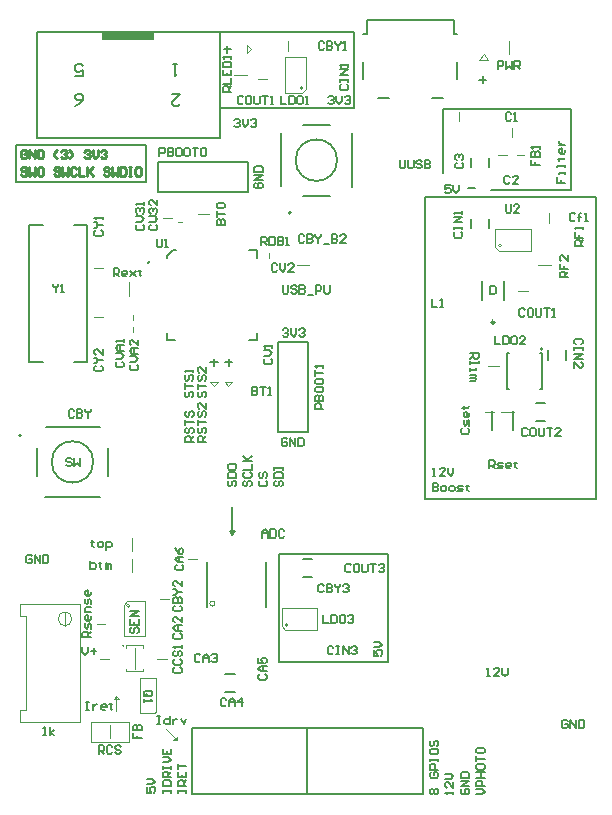
<source format=gbr>
%TF.GenerationSoftware,Altium Limited,Altium Designer,21.6.4 (81)*%
G04 Layer_Color=65535*
%FSLAX43Y43*%
%MOMM*%
%TF.SameCoordinates,B20EAAAA-7FFA-483C-807E-B1D6702B97A4*%
%TF.FilePolarity,Positive*%
%TF.FileFunction,Legend,Top*%
%TF.Part,Single*%
G01*
G75*
%TA.AperFunction,NonConductor*%
%ADD106C,0.200*%
%ADD107C,0.127*%
%ADD108C,0.100*%
%ADD109C,0.250*%
%ADD110C,0.152*%
%ADD111C,0.150*%
%ADD112R,4.500X0.800*%
D106*
X23650Y49955D02*
G03*
X23650Y49955I-100J0D01*
G01*
X805Y31100D02*
G03*
X805Y31100I-100J0D01*
G01*
X17600Y56270D02*
Y58850D01*
X29000D01*
X41900Y38050D02*
X42100D01*
X44700D02*
X44900D01*
X44700Y35050D02*
X44900D01*
X41900D02*
X42100D01*
X44900D02*
Y38050D01*
X41900Y35050D02*
Y38050D01*
X42425Y31550D02*
Y33150D01*
X40675Y31550D02*
Y33150D01*
X25000Y800D02*
Y6300D01*
X15300Y6350D02*
X34800D01*
X15300Y750D02*
Y6350D01*
Y750D02*
X34800D01*
Y6350D01*
X18450Y23000D02*
X18700Y22650D01*
X18450Y23000D02*
X18950D01*
X18700Y22650D02*
X18950Y23000D01*
X18700Y22650D02*
Y25000D01*
X39850Y42544D02*
Y44156D01*
X41650Y42544D02*
Y44156D01*
X47350Y51900D02*
Y58750D01*
X38500Y51250D02*
X49500D01*
X45450Y37500D02*
Y38300D01*
X46950Y37500D02*
Y38300D01*
X44400Y32350D02*
X45200D01*
X44400Y33850D02*
X45200D01*
X38650Y52000D02*
X39250D01*
X36500Y53300D02*
Y58750D01*
X40550Y51900D02*
X47350D01*
X22600Y11950D02*
Y21050D01*
Y11950D02*
X31850D01*
Y21050D01*
X22600D02*
X31850D01*
X29000Y58850D02*
Y65250D01*
X17600Y65270D02*
X17620Y65250D01*
X29000D01*
X36500Y58750D02*
X47350D01*
X49500Y25750D02*
Y51250D01*
X35000Y25750D02*
X49500D01*
X35000D02*
Y51250D01*
X38500D01*
X2120Y56270D02*
Y65270D01*
Y56270D02*
X17600D01*
X2120Y65270D02*
X17600D01*
Y56270D02*
Y65270D01*
X38900Y53800D02*
Y54600D01*
X40400Y53800D02*
Y54600D01*
X24650Y20600D02*
X25450D01*
X24650Y19100D02*
X25450D01*
X350Y52550D02*
Y55700D01*
Y52550D02*
X11400D01*
Y55700D01*
X350D02*
X11400D01*
X40425Y48650D02*
Y49450D01*
X38925Y48650D02*
Y49450D01*
X21500Y16550D02*
Y20350D01*
X16500Y16550D02*
Y20350D01*
X1500Y37350D02*
Y48950D01*
Y37350D02*
X2650D01*
X1500Y48950D02*
X2650D01*
X5250D02*
X6400D01*
X5250Y37350D02*
X6400D01*
Y48950D01*
X18100Y10900D02*
X18900D01*
X18100Y9400D02*
X18900D01*
X12430Y54220D02*
X20050D01*
X12430Y51680D02*
Y54220D01*
Y51680D02*
X20050D01*
Y54220D01*
X25070Y31400D02*
Y39020D01*
X22530D02*
X25070D01*
X22530Y31400D02*
Y39020D01*
Y31400D02*
X25070D01*
X6000Y13200D02*
Y12733D01*
X6233Y12500D01*
X6467Y12733D01*
Y13200D01*
X6700Y12850D02*
X7166D01*
X6933Y13083D02*
Y12617D01*
X1717Y20883D02*
X1600Y21000D01*
X1367D01*
X1250Y20883D01*
Y20417D01*
X1367Y20300D01*
X1600D01*
X1717Y20417D01*
Y20650D01*
X1483D01*
X1950Y20300D02*
Y21000D01*
X2416Y20300D01*
Y21000D01*
X2650D02*
Y20300D01*
X2999D01*
X3116Y20417D01*
Y20883D01*
X2999Y21000D01*
X2650D01*
X22950Y40033D02*
X23067Y40150D01*
X23300D01*
X23417Y40033D01*
Y39917D01*
X23300Y39800D01*
X23183D01*
X23300D01*
X23417Y39683D01*
Y39567D01*
X23300Y39450D01*
X23067D01*
X22950Y39567D01*
X23650Y40150D02*
Y39683D01*
X23883Y39450D01*
X24116Y39683D01*
Y40150D01*
X24350Y40033D02*
X24466Y40150D01*
X24699D01*
X24816Y40033D01*
Y39917D01*
X24699Y39800D01*
X24583D01*
X24699D01*
X24816Y39683D01*
Y39567D01*
X24699Y39450D01*
X24466D01*
X24350Y39567D01*
X6300Y8550D02*
X6533D01*
X6417D01*
Y7850D01*
X6300D01*
X6533D01*
X6883Y8317D02*
Y7850D01*
Y8083D01*
X7000Y8200D01*
X7116Y8317D01*
X7233D01*
X7933Y7850D02*
X7700D01*
X7583Y7967D01*
Y8200D01*
X7700Y8317D01*
X7933D01*
X8049Y8200D01*
Y8083D01*
X7583D01*
X8399Y8433D02*
Y8317D01*
X8283D01*
X8516D01*
X8399D01*
Y7967D01*
X8516Y7850D01*
X47067Y6883D02*
X46950Y7000D01*
X46717D01*
X46600Y6883D01*
Y6417D01*
X46717Y6300D01*
X46950D01*
X47067Y6417D01*
Y6650D01*
X46833D01*
X47300Y6300D02*
Y7000D01*
X47766Y6300D01*
Y7000D01*
X48000D02*
Y6300D01*
X48349D01*
X48466Y6417D01*
Y6883D01*
X48349Y7000D01*
X48000D01*
X35508Y700D02*
X35391Y817D01*
Y1050D01*
X35508Y1167D01*
X35624D01*
X35741Y1050D01*
X35858Y1167D01*
X35974D01*
X36091Y1050D01*
Y817D01*
X35974Y700D01*
X35858D01*
X35741Y817D01*
X35624Y700D01*
X35508D01*
X35741Y817D02*
Y1050D01*
X35508Y2566D02*
X35391Y2449D01*
Y2216D01*
X35508Y2100D01*
X35974D01*
X36091Y2216D01*
Y2449D01*
X35974Y2566D01*
X35741D01*
Y2333D01*
X36091Y2799D02*
X35391D01*
Y3149D01*
X35508Y3266D01*
X35741D01*
X35858Y3149D01*
Y2799D01*
X35391Y3499D02*
Y3732D01*
Y3616D01*
X36091D01*
Y3499D01*
Y3732D01*
X35391Y4432D02*
Y4199D01*
X35508Y4082D01*
X35974D01*
X36091Y4199D01*
Y4432D01*
X35974Y4549D01*
X35508D01*
X35391Y4432D01*
X35508Y5249D02*
X35391Y5132D01*
Y4899D01*
X35508Y4782D01*
X35624D01*
X35741Y4899D01*
Y5132D01*
X35858Y5249D01*
X35974D01*
X36091Y5132D01*
Y4899D01*
X35974Y4782D01*
X37411Y700D02*
Y933D01*
Y817D01*
X36711D01*
X36827Y700D01*
X37411Y1750D02*
Y1283D01*
X36944Y1750D01*
X36827D01*
X36711Y1633D01*
Y1400D01*
X36827Y1283D01*
X36711Y1983D02*
X37177D01*
X37411Y2216D01*
X37177Y2449D01*
X36711D01*
X38147Y1167D02*
X38030Y1050D01*
Y817D01*
X38147Y700D01*
X38614D01*
X38730Y817D01*
Y1050D01*
X38614Y1167D01*
X38380D01*
Y933D01*
X38730Y1400D02*
X38030D01*
X38730Y1866D01*
X38030D01*
Y2100D02*
X38730D01*
Y2449D01*
X38614Y2566D01*
X38147D01*
X38030Y2449D01*
Y2100D01*
X39350Y700D02*
X39817D01*
X40050Y933D01*
X39817Y1167D01*
X39350D01*
X40050Y1400D02*
X39350D01*
Y1750D01*
X39467Y1866D01*
X39700D01*
X39817Y1750D01*
Y1400D01*
X39350Y2100D02*
X40050D01*
X39700D01*
Y2566D01*
X39350D01*
X40050D01*
X39350Y3149D02*
Y2916D01*
X39467Y2799D01*
X39933D01*
X40050Y2916D01*
Y3149D01*
X39933Y3266D01*
X39467D01*
X39350Y3149D01*
Y3499D02*
Y3966D01*
Y3732D01*
X40050D01*
X39350Y4549D02*
Y4315D01*
X39467Y4199D01*
X39933D01*
X40050Y4315D01*
Y4549D01*
X39933Y4665D01*
X39467D01*
X39350Y4549D01*
X26800Y59733D02*
X26917Y59850D01*
X27150D01*
X27267Y59733D01*
Y59617D01*
X27150Y59500D01*
X27033D01*
X27150D01*
X27267Y59383D01*
Y59267D01*
X27150Y59150D01*
X26917D01*
X26800Y59267D01*
X27500Y59850D02*
Y59383D01*
X27733Y59150D01*
X27966Y59383D01*
Y59850D01*
X28200Y59733D02*
X28316Y59850D01*
X28549D01*
X28666Y59733D01*
Y59617D01*
X28549Y59500D01*
X28433D01*
X28549D01*
X28666Y59383D01*
Y59267D01*
X28549Y59150D01*
X28316D01*
X28200Y59267D01*
X12350Y7350D02*
X12583D01*
X12467D01*
Y6650D01*
X12350D01*
X12583D01*
X13400Y7350D02*
Y6650D01*
X13050D01*
X12933Y6767D01*
Y7000D01*
X13050Y7117D01*
X13400D01*
X13633D02*
Y6650D01*
Y6883D01*
X13750Y7000D01*
X13866Y7117D01*
X13983D01*
X14333D02*
X14566Y6650D01*
X14799Y7117D01*
X18850Y57783D02*
X18967Y57900D01*
X19200D01*
X19317Y57783D01*
Y57667D01*
X19200Y57550D01*
X19083D01*
X19200D01*
X19317Y57433D01*
Y57317D01*
X19200Y57200D01*
X18967D01*
X18850Y57317D01*
X19550Y57900D02*
Y57433D01*
X19783Y57200D01*
X20016Y57433D01*
Y57900D01*
X20250Y57783D02*
X20366Y57900D01*
X20599D01*
X20716Y57783D01*
Y57667D01*
X20599Y57550D01*
X20483D01*
X20599D01*
X20716Y57433D01*
Y57317D01*
X20599Y57200D01*
X20366D01*
X20250Y57317D01*
X11461Y1317D02*
Y850D01*
X11811D01*
X11694Y1083D01*
Y1200D01*
X11811Y1317D01*
X12044D01*
X12161Y1200D01*
Y967D01*
X12044Y850D01*
X11461Y1550D02*
X11927D01*
X12161Y1783D01*
X11927Y2016D01*
X11461D01*
X12781Y850D02*
Y1083D01*
Y967D01*
X13480D01*
Y850D01*
Y1083D01*
X12781Y1433D02*
X13480D01*
Y1783D01*
X13364Y1900D01*
X12897D01*
X12781Y1783D01*
Y1433D01*
X13480Y2133D02*
X12781D01*
Y2483D01*
X12897Y2599D01*
X13130D01*
X13247Y2483D01*
Y2133D01*
Y2366D02*
X13480Y2599D01*
X12781Y2833D02*
Y3066D01*
Y2949D01*
X13480D01*
Y2833D01*
Y3066D01*
X12781Y3416D02*
X13247D01*
X13480Y3649D01*
X13247Y3882D01*
X12781D01*
Y4582D02*
Y4116D01*
X13480D01*
Y4582D01*
X13130Y4116D02*
Y4349D01*
X14100Y850D02*
Y1083D01*
Y967D01*
X14800D01*
Y850D01*
Y1083D01*
Y1433D02*
X14100D01*
Y1783D01*
X14217Y1900D01*
X14450D01*
X14567Y1783D01*
Y1433D01*
Y1666D02*
X14800Y1900D01*
X14100Y2599D02*
Y2133D01*
X14800D01*
Y2599D01*
X14450Y2133D02*
Y2366D01*
X14100Y2833D02*
Y3299D01*
Y3066D01*
X14800D01*
X18408Y27267D02*
X18291Y27150D01*
Y26917D01*
X18408Y26800D01*
X18524D01*
X18641Y26917D01*
Y27150D01*
X18758Y27267D01*
X18874D01*
X18991Y27150D01*
Y26917D01*
X18874Y26800D01*
X18291Y27500D02*
X18991D01*
Y27850D01*
X18874Y27966D01*
X18408D01*
X18291Y27850D01*
Y27500D01*
Y28549D02*
Y28316D01*
X18408Y28200D01*
X18874D01*
X18991Y28316D01*
Y28549D01*
X18874Y28666D01*
X18408D01*
X18291Y28549D01*
X19727Y27267D02*
X19611Y27150D01*
Y26917D01*
X19727Y26800D01*
X19844D01*
X19961Y26917D01*
Y27150D01*
X20077Y27267D01*
X20194D01*
X20311Y27150D01*
Y26917D01*
X20194Y26800D01*
X19727Y27966D02*
X19611Y27850D01*
Y27616D01*
X19727Y27500D01*
X20194D01*
X20311Y27616D01*
Y27850D01*
X20194Y27966D01*
X19611Y28200D02*
X20311D01*
Y28666D01*
X19611Y28899D02*
X20311D01*
X20077D01*
X19611Y29366D01*
X19961Y29016D01*
X20311Y29366D01*
X21047Y27267D02*
X20930Y27150D01*
Y26917D01*
X21047Y26800D01*
X21514D01*
X21630Y26917D01*
Y27150D01*
X21514Y27267D01*
X21047Y27966D02*
X20930Y27850D01*
Y27616D01*
X21047Y27500D01*
X21164D01*
X21280Y27616D01*
Y27850D01*
X21397Y27966D01*
X21514D01*
X21630Y27850D01*
Y27616D01*
X21514Y27500D01*
X22367Y27267D02*
X22250Y27150D01*
Y26917D01*
X22367Y26800D01*
X22483D01*
X22600Y26917D01*
Y27150D01*
X22717Y27267D01*
X22833D01*
X22950Y27150D01*
Y26917D01*
X22833Y26800D01*
X22250Y27500D02*
X22950D01*
Y27850D01*
X22833Y27966D01*
X22367D01*
X22250Y27850D01*
Y27500D01*
Y28200D02*
Y28433D01*
Y28316D01*
X22950D01*
Y28200D01*
Y28433D01*
X30650Y12917D02*
Y12450D01*
X31000D01*
X30883Y12683D01*
Y12800D01*
X31000Y12917D01*
X31233D01*
X31350Y12800D01*
Y12567D01*
X31233Y12450D01*
X30650Y13150D02*
X31117D01*
X31350Y13383D01*
X31117Y13616D01*
X30650D01*
X40250Y10700D02*
X40483D01*
X40367D01*
Y11400D01*
X40250Y11283D01*
X41300Y10700D02*
X40833D01*
X41300Y11167D01*
Y11283D01*
X41183Y11400D01*
X40950D01*
X40833Y11283D01*
X41533Y11400D02*
Y10933D01*
X41766Y10700D01*
X41999Y10933D01*
Y11400D01*
X46150Y52967D02*
Y52500D01*
X46500D01*
Y52733D01*
Y52500D01*
X46850D01*
Y53200D02*
Y53433D01*
Y53316D01*
X46383D01*
Y53200D01*
X46850Y53783D02*
Y54016D01*
Y53900D01*
X46150D01*
Y53783D01*
X46267Y54483D02*
X46383D01*
Y54366D01*
Y54599D01*
Y54483D01*
X46733D01*
X46850Y54599D01*
Y55299D02*
Y55066D01*
X46733Y54949D01*
X46500D01*
X46383Y55066D01*
Y55299D01*
X46500Y55416D01*
X46617D01*
Y54949D01*
X46383Y55649D02*
X46850D01*
X46617D01*
X46500Y55766D01*
X46383Y55882D01*
Y55999D01*
X35650Y27670D02*
X35883D01*
X35767D01*
Y28369D01*
X35650Y28253D01*
X36700Y27670D02*
X36233D01*
X36700Y28136D01*
Y28253D01*
X36583Y28369D01*
X36350D01*
X36233Y28253D01*
X36933Y28369D02*
Y27903D01*
X37166Y27670D01*
X37399Y27903D01*
Y28369D01*
X35650Y27050D02*
Y26350D01*
X36000D01*
X36117Y26467D01*
Y26583D01*
X36000Y26700D01*
X35650D01*
X36000D01*
X36117Y26817D01*
Y26933D01*
X36000Y27050D01*
X35650D01*
X36466Y26350D02*
X36700D01*
X36816Y26467D01*
Y26700D01*
X36700Y26817D01*
X36466D01*
X36350Y26700D01*
Y26467D01*
X36466Y26350D01*
X37166D02*
X37399D01*
X37516Y26467D01*
Y26700D01*
X37399Y26817D01*
X37166D01*
X37050Y26700D01*
Y26467D01*
X37166Y26350D01*
X37749D02*
X38099D01*
X38216Y26467D01*
X38099Y26583D01*
X37866D01*
X37749Y26700D01*
X37866Y26817D01*
X38216D01*
X38566Y26933D02*
Y26817D01*
X38449D01*
X38682D01*
X38566D01*
Y26467D01*
X38682Y26350D01*
X20667Y52467D02*
X20550Y52350D01*
Y52117D01*
X20667Y52000D01*
X21133D01*
X21250Y52117D01*
Y52350D01*
X21133Y52467D01*
X20900D01*
Y52233D01*
X21250Y52700D02*
X20550D01*
X21250Y53166D01*
X20550D01*
Y53400D02*
X21250D01*
Y53749D01*
X21133Y53866D01*
X20667D01*
X20550Y53749D01*
Y53400D01*
X10300Y5917D02*
Y5450D01*
X10650D01*
Y5683D01*
Y5450D01*
X11000D01*
X10300Y6150D02*
X11000D01*
Y6500D01*
X10883Y6616D01*
X10767D01*
X10650Y6500D01*
Y6150D01*
Y6500D01*
X10533Y6616D01*
X10417D01*
X10300Y6500D01*
Y6150D01*
X37167Y52300D02*
X36700D01*
Y51950D01*
X36933Y52067D01*
X37050D01*
X37167Y51950D01*
Y51717D01*
X37050Y51600D01*
X36817D01*
X36700Y51717D01*
X37400Y52300D02*
Y51833D01*
X37633Y51600D01*
X37866Y51833D01*
Y52300D01*
X23317Y30783D02*
X23200Y30900D01*
X22967D01*
X22850Y30783D01*
Y30317D01*
X22967Y30200D01*
X23200D01*
X23317Y30317D01*
Y30550D01*
X23083D01*
X23550Y30200D02*
Y30900D01*
X24016Y30200D01*
Y30900D01*
X24250D02*
Y30200D01*
X24599D01*
X24716Y30317D01*
Y30783D01*
X24599Y30900D01*
X24250D01*
X21134Y47200D02*
Y47900D01*
X21484D01*
X21600Y47783D01*
Y47550D01*
X21484Y47433D01*
X21134D01*
X21367D02*
X21600Y47200D01*
X21833Y47900D02*
Y47200D01*
X22183D01*
X22300Y47317D01*
Y47783D01*
X22183Y47900D01*
X21833D01*
X22533D02*
Y47200D01*
X22883D01*
X23000Y47317D01*
Y47433D01*
X22883Y47550D01*
X22533D01*
X22883D01*
X23000Y47667D01*
Y47783D01*
X22883Y47900D01*
X22533D01*
X23233Y47200D02*
X23466D01*
X23350D01*
Y47900D01*
X23233Y47783D01*
X24784Y47992D02*
X24667Y48108D01*
X24434D01*
X24317Y47992D01*
Y47525D01*
X24434Y47408D01*
X24667D01*
X24784Y47525D01*
X25017Y48108D02*
Y47408D01*
X25367D01*
X25484Y47525D01*
Y47642D01*
X25367Y47758D01*
X25017D01*
X25367D01*
X25484Y47875D01*
Y47992D01*
X25367Y48108D01*
X25017D01*
X25717D02*
Y47992D01*
X25950Y47758D01*
X26183Y47992D01*
Y48108D01*
X25950Y47758D02*
Y47408D01*
X26417Y47292D02*
X26883D01*
X27116Y48108D02*
Y47408D01*
X27466D01*
X27583Y47525D01*
Y47642D01*
X27466Y47758D01*
X27116D01*
X27466D01*
X27583Y47875D01*
Y47992D01*
X27466Y48108D01*
X27116D01*
X28283Y47408D02*
X27816D01*
X28283Y47875D01*
Y47992D01*
X28166Y48108D01*
X27933D01*
X27816Y47992D01*
X16450Y30567D02*
X15750D01*
Y30917D01*
X15867Y31034D01*
X16100D01*
X16217Y30917D01*
Y30567D01*
Y30800D02*
X16450Y31034D01*
X15867Y31733D02*
X15750Y31617D01*
Y31384D01*
X15867Y31267D01*
X15983D01*
X16100Y31384D01*
Y31617D01*
X16217Y31733D01*
X16333D01*
X16450Y31617D01*
Y31384D01*
X16333Y31267D01*
X15750Y31967D02*
Y32433D01*
Y32200D01*
X16450D01*
X15867Y33133D02*
X15750Y33016D01*
Y32783D01*
X15867Y32667D01*
X15983D01*
X16100Y32783D01*
Y33016D01*
X16217Y33133D01*
X16333D01*
X16450Y33016D01*
Y32783D01*
X16333Y32667D01*
X16450Y33833D02*
Y33366D01*
X15983Y33833D01*
X15867D01*
X15750Y33716D01*
Y33483D01*
X15867Y33366D01*
X20334Y35200D02*
Y34500D01*
X20683D01*
X20800Y34617D01*
Y34733D01*
X20683Y34850D01*
X20334D01*
X20683D01*
X20800Y34967D01*
Y35083D01*
X20683Y35200D01*
X20334D01*
X21033D02*
X21500D01*
X21267D01*
Y34500D01*
X21733D02*
X21966D01*
X21850D01*
Y35200D01*
X21733Y35083D01*
X15867Y34784D02*
X15750Y34667D01*
Y34434D01*
X15867Y34317D01*
X15983D01*
X16100Y34434D01*
Y34667D01*
X16217Y34784D01*
X16333D01*
X16450Y34667D01*
Y34434D01*
X16333Y34317D01*
X15750Y35017D02*
Y35483D01*
Y35250D01*
X16450D01*
X15867Y36183D02*
X15750Y36067D01*
Y35833D01*
X15867Y35717D01*
X15983D01*
X16100Y35833D01*
Y36067D01*
X16217Y36183D01*
X16333D01*
X16450Y36067D01*
Y35833D01*
X16333Y35717D01*
X16450Y36883D02*
Y36416D01*
X15983Y36883D01*
X15867D01*
X15750Y36766D01*
Y36533D01*
X15867Y36416D01*
X6842Y22208D02*
Y22092D01*
X6725D01*
X6959D01*
X6842D01*
Y21742D01*
X6959Y21625D01*
X7425D02*
X7658D01*
X7775Y21742D01*
Y21975D01*
X7658Y22092D01*
X7425D01*
X7308Y21975D01*
Y21742D01*
X7425Y21625D01*
X8008Y21392D02*
Y22092D01*
X8358D01*
X8475Y21975D01*
Y21742D01*
X8358Y21625D01*
X8008D01*
X6675Y20500D02*
Y19800D01*
X7025D01*
X7142Y19917D01*
Y20033D01*
Y20150D01*
X7025Y20267D01*
X6675D01*
X7492Y20383D02*
Y20267D01*
X7375D01*
X7608D01*
X7492D01*
Y19917D01*
X7608Y19800D01*
X7958D02*
Y20267D01*
X8075D01*
X8191Y20150D01*
Y19800D01*
Y20150D01*
X8308Y20267D01*
X8425Y20150D01*
Y19800D01*
X37667Y54183D02*
X37550Y54067D01*
Y53833D01*
X37667Y53717D01*
X38133D01*
X38250Y53833D01*
Y54067D01*
X38133Y54183D01*
X37667Y54417D02*
X37550Y54533D01*
Y54767D01*
X37667Y54883D01*
X37783D01*
X37900Y54767D01*
Y54650D01*
Y54767D01*
X38017Y54883D01*
X38133D01*
X38250Y54767D01*
Y54533D01*
X38133Y54417D01*
X42183Y52983D02*
X42067Y53100D01*
X41833D01*
X41717Y52983D01*
Y52517D01*
X41833Y52400D01*
X42067D01*
X42183Y52517D01*
X42883Y52400D02*
X42417D01*
X42883Y52867D01*
Y52983D01*
X42767Y53100D01*
X42533D01*
X42417Y52983D01*
X42300Y58333D02*
X42183Y58450D01*
X41950D01*
X41833Y58333D01*
Y57867D01*
X41950Y57750D01*
X42183D01*
X42300Y57867D01*
X42533Y57750D02*
X42767D01*
X42650D01*
Y58450D01*
X42533Y58333D01*
X44000Y54450D02*
Y53984D01*
X44350D01*
Y54217D01*
Y53984D01*
X44700D01*
X44000Y54683D02*
X44700D01*
Y55033D01*
X44583Y55150D01*
X44467D01*
X44350Y55033D01*
Y54683D01*
Y55033D01*
X44233Y55150D01*
X44117D01*
X44000Y55033D01*
Y54683D01*
X44700Y55383D02*
Y55616D01*
Y55500D01*
X44000D01*
X44117Y55383D01*
X48233Y38808D02*
X48350Y38925D01*
Y39158D01*
X48233Y39275D01*
X47767D01*
X47650Y39158D01*
Y38925D01*
X47767Y38808D01*
X48350Y38575D02*
Y38342D01*
Y38458D01*
X47650D01*
Y38575D01*
Y38342D01*
Y37992D02*
X48350D01*
X47650Y37525D01*
X48350D01*
X47650Y36825D02*
Y37292D01*
X48117Y36825D01*
X48233D01*
X48350Y36942D01*
Y37175D01*
X48233Y37292D01*
X3483Y43900D02*
Y43783D01*
X3717Y43550D01*
X3950Y43783D01*
Y43900D01*
X3717Y43550D02*
Y43200D01*
X4183D02*
X4417D01*
X4300D01*
Y43900D01*
X4183Y43783D01*
X32867Y54400D02*
Y53817D01*
X32984Y53700D01*
X33217D01*
X33334Y53817D01*
Y54400D01*
X33567D02*
Y53817D01*
X33683Y53700D01*
X33917D01*
X34033Y53817D01*
Y54400D01*
X34733Y54283D02*
X34617Y54400D01*
X34383D01*
X34267Y54283D01*
Y54167D01*
X34383Y54050D01*
X34617D01*
X34733Y53933D01*
Y53817D01*
X34617Y53700D01*
X34383D01*
X34267Y53817D01*
X34966Y54400D02*
Y53700D01*
X35316D01*
X35433Y53817D01*
Y53933D01*
X35316Y54050D01*
X34966D01*
X35316D01*
X35433Y54167D01*
Y54283D01*
X35316Y54400D01*
X34966D01*
X22967Y43808D02*
Y43225D01*
X23084Y43108D01*
X23317D01*
X23434Y43225D01*
Y43808D01*
X24134Y43692D02*
X24017Y43808D01*
X23784D01*
X23667Y43692D01*
Y43575D01*
X23784Y43458D01*
X24017D01*
X24134Y43342D01*
Y43225D01*
X24017Y43108D01*
X23784D01*
X23667Y43225D01*
X24367Y43808D02*
Y43108D01*
X24717D01*
X24833Y43225D01*
Y43342D01*
X24717Y43458D01*
X24367D01*
X24717D01*
X24833Y43575D01*
Y43692D01*
X24717Y43808D01*
X24367D01*
X25067Y42992D02*
X25533D01*
X25766Y43108D02*
Y43808D01*
X26116D01*
X26233Y43692D01*
Y43458D01*
X26116Y43342D01*
X25766D01*
X26466Y43808D02*
Y43225D01*
X26583Y43108D01*
X26816D01*
X26933Y43225D01*
Y43808D01*
X41817Y50650D02*
Y50067D01*
X41933Y49950D01*
X42167D01*
X42283Y50067D01*
Y50650D01*
X42983Y49950D02*
X42517D01*
X42983Y50417D01*
Y50533D01*
X42867Y50650D01*
X42633D01*
X42517Y50533D01*
X12283Y47750D02*
Y47167D01*
X12400Y47050D01*
X12633D01*
X12750Y47167D01*
Y47750D01*
X12983Y47050D02*
X13217D01*
X13100D01*
Y47750D01*
X12983Y47633D01*
X5083Y29083D02*
X4967Y29200D01*
X4733D01*
X4617Y29083D01*
Y28967D01*
X4733Y28850D01*
X4967D01*
X5083Y28733D01*
Y28617D01*
X4967Y28500D01*
X4733D01*
X4617Y28617D01*
X5317Y29200D02*
Y28500D01*
X5550Y28733D01*
X5783Y28500D01*
Y29200D01*
X10167Y14833D02*
X10050Y14717D01*
Y14484D01*
X10167Y14367D01*
X10283D01*
X10400Y14484D01*
Y14717D01*
X10517Y14833D01*
X10633D01*
X10750Y14717D01*
Y14484D01*
X10633Y14367D01*
X10050Y15533D02*
Y15067D01*
X10750D01*
Y15533D01*
X10400Y15067D02*
Y15300D01*
X10750Y15767D02*
X10050D01*
X10750Y16233D01*
X10050D01*
X15400Y30567D02*
X14700D01*
Y30917D01*
X14817Y31034D01*
X15050D01*
X15167Y30917D01*
Y30567D01*
Y30800D02*
X15400Y31034D01*
X14817Y31733D02*
X14700Y31617D01*
Y31383D01*
X14817Y31267D01*
X14933D01*
X15050Y31383D01*
Y31617D01*
X15167Y31733D01*
X15283D01*
X15400Y31617D01*
Y31383D01*
X15283Y31267D01*
X14700Y31967D02*
Y32433D01*
Y32200D01*
X15400D01*
X14817Y33133D02*
X14700Y33016D01*
Y32783D01*
X14817Y32666D01*
X14933D01*
X15050Y32783D01*
Y33016D01*
X15167Y33133D01*
X15283D01*
X15400Y33016D01*
Y32783D01*
X15283Y32666D01*
X40434Y28300D02*
Y29000D01*
X40784D01*
X40900Y28883D01*
Y28650D01*
X40784Y28533D01*
X40434D01*
X40667D02*
X40900Y28300D01*
X41133D02*
X41483D01*
X41600Y28417D01*
X41483Y28533D01*
X41250D01*
X41133Y28650D01*
X41250Y28767D01*
X41600D01*
X42183Y28300D02*
X41950D01*
X41833Y28417D01*
Y28650D01*
X41950Y28767D01*
X42183D01*
X42300Y28650D01*
Y28533D01*
X41833D01*
X42650Y28883D02*
Y28767D01*
X42533D01*
X42766D01*
X42650D01*
Y28417D01*
X42766Y28300D01*
X6700Y14017D02*
X6000D01*
Y14367D01*
X6117Y14484D01*
X6350D01*
X6467Y14367D01*
Y14017D01*
Y14251D02*
X6700Y14484D01*
Y14717D02*
Y15067D01*
X6583Y15184D01*
X6467Y15067D01*
Y14834D01*
X6350Y14717D01*
X6233Y14834D01*
Y15184D01*
X6700Y15767D02*
Y15533D01*
X6583Y15417D01*
X6350D01*
X6233Y15533D01*
Y15767D01*
X6350Y15883D01*
X6467D01*
Y15417D01*
X6700Y16117D02*
X6233D01*
Y16467D01*
X6350Y16583D01*
X6700D01*
Y16816D02*
Y17166D01*
X6583Y17283D01*
X6467Y17166D01*
Y16933D01*
X6350Y16816D01*
X6233Y16933D01*
Y17283D01*
X6700Y17866D02*
Y17633D01*
X6583Y17516D01*
X6350D01*
X6233Y17633D01*
Y17866D01*
X6350Y17983D01*
X6467D01*
Y17516D01*
X38850Y38066D02*
X39550D01*
Y37716D01*
X39433Y37600D01*
X39200D01*
X39083Y37716D01*
Y38066D01*
Y37833D02*
X38850Y37600D01*
Y37367D02*
Y37133D01*
Y37250D01*
X39550D01*
Y37367D01*
X38850Y36783D02*
Y36550D01*
Y36667D01*
X39317D01*
Y36783D01*
X38850Y36200D02*
X39317D01*
Y36084D01*
X39200Y35967D01*
X38850D01*
X39200D01*
X39317Y35850D01*
X39200Y35734D01*
X38850D01*
X18600Y60184D02*
X17900D01*
Y60534D01*
X18017Y60650D01*
X18250D01*
X18367Y60534D01*
Y60184D01*
Y60417D02*
X18600Y60650D01*
X17900Y60884D02*
X18600D01*
Y61350D01*
X17900Y62050D02*
Y61583D01*
X18600D01*
Y62050D01*
X18250Y61583D02*
Y61817D01*
X17900Y62283D02*
X18600D01*
Y62633D01*
X18483Y62750D01*
X18017D01*
X17900Y62633D01*
Y62283D01*
X18600Y62983D02*
Y63216D01*
Y63100D01*
X17900D01*
X18017Y62983D01*
X47100Y44467D02*
X46400D01*
Y44817D01*
X46517Y44933D01*
X46750D01*
X46867Y44817D01*
Y44467D01*
Y44700D02*
X47100Y44933D01*
X46400Y45633D02*
Y45167D01*
X46750D01*
Y45400D01*
Y45167D01*
X47100D01*
Y46333D02*
Y45867D01*
X46633Y46333D01*
X46517D01*
X46400Y46216D01*
Y45983D01*
X46517Y45867D01*
X48400Y47134D02*
X47700D01*
Y47483D01*
X47817Y47600D01*
X48050D01*
X48167Y47483D01*
Y47134D01*
Y47367D02*
X48400Y47600D01*
X47700Y48300D02*
Y47833D01*
X48050D01*
Y48067D01*
Y47833D01*
X48400D01*
Y48533D02*
Y48766D01*
Y48650D01*
X47700D01*
X47817Y48533D01*
X8634Y44550D02*
Y45250D01*
X8984D01*
X9100Y45133D01*
Y44900D01*
X8984Y44783D01*
X8634D01*
X8867D02*
X9100Y44550D01*
X9683D02*
X9450D01*
X9333Y44667D01*
Y44900D01*
X9450Y45017D01*
X9683D01*
X9800Y44900D01*
Y44783D01*
X9333D01*
X10033Y45017D02*
X10500Y44550D01*
X10267Y44783D01*
X10500Y45017D01*
X10033Y44550D01*
X10850Y45133D02*
Y45017D01*
X10733D01*
X10966D01*
X10850D01*
Y44667D01*
X10966Y44550D01*
X7367Y4150D02*
Y4850D01*
X7717D01*
X7833Y4733D01*
Y4500D01*
X7717Y4383D01*
X7367D01*
X7600D02*
X7833Y4150D01*
X8533Y4733D02*
X8417Y4850D01*
X8183D01*
X8067Y4733D01*
Y4267D01*
X8183Y4150D01*
X8417D01*
X8533Y4267D01*
X9233Y4733D02*
X9116Y4850D01*
X8883D01*
X8767Y4733D01*
Y4617D01*
X8883Y4500D01*
X9116D01*
X9233Y4383D01*
Y4267D01*
X9116Y4150D01*
X8883D01*
X8767Y4267D01*
X17350Y48917D02*
X18050D01*
Y49267D01*
X17933Y49383D01*
X17817D01*
X17700Y49267D01*
Y48917D01*
Y49267D01*
X17583Y49383D01*
X17467D01*
X17350Y49267D01*
Y48917D01*
Y49617D02*
Y50083D01*
Y49850D01*
X18050D01*
X17467Y50317D02*
X17350Y50433D01*
Y50666D01*
X17467Y50783D01*
X17933D01*
X18050Y50666D01*
Y50433D01*
X17933Y50317D01*
X17467D01*
X11317Y9000D02*
X11783D01*
X11900Y9117D01*
Y9350D01*
X11783Y9467D01*
X11317D01*
X11200Y9350D01*
Y9117D01*
X11433Y9233D02*
X11200Y9000D01*
Y9117D02*
X11317Y9000D01*
X11200Y8767D02*
Y8533D01*
Y8650D01*
X11900D01*
X11783Y8767D01*
X43684Y31633D02*
X43567Y31750D01*
X43334D01*
X43217Y31633D01*
Y31167D01*
X43334Y31050D01*
X43567D01*
X43684Y31167D01*
X44267Y31750D02*
X44034D01*
X43917Y31633D01*
Y31167D01*
X44034Y31050D01*
X44267D01*
X44383Y31167D01*
Y31633D01*
X44267Y31750D01*
X44617D02*
Y31167D01*
X44733Y31050D01*
X44967D01*
X45083Y31167D01*
Y31750D01*
X45317D02*
X45783D01*
X45550D01*
Y31050D01*
X46483D02*
X46016D01*
X46483Y31517D01*
Y31633D01*
X46366Y31750D01*
X46133D01*
X46016Y31633D01*
X43450Y41733D02*
X43334Y41850D01*
X43100D01*
X42984Y41733D01*
Y41267D01*
X43100Y41150D01*
X43334D01*
X43450Y41267D01*
X44033Y41850D02*
X43800D01*
X43684Y41733D01*
Y41267D01*
X43800Y41150D01*
X44033D01*
X44150Y41267D01*
Y41733D01*
X44033Y41850D01*
X44383D02*
Y41267D01*
X44500Y41150D01*
X44733D01*
X44850Y41267D01*
Y41850D01*
X45083D02*
X45550D01*
X45316D01*
Y41150D01*
X45783D02*
X46016D01*
X45900D01*
Y41850D01*
X45783Y41733D01*
X37542Y48309D02*
X37425Y48192D01*
Y47959D01*
X37542Y47842D01*
X38008D01*
X38125Y47959D01*
Y48192D01*
X38008Y48309D01*
X37425Y48542D02*
Y48775D01*
Y48658D01*
X38125D01*
Y48542D01*
Y48775D01*
Y49125D02*
X37425D01*
X38125Y49591D01*
X37425D01*
X38125Y49825D02*
Y50058D01*
Y49941D01*
X37425D01*
X37542Y49825D01*
X26400Y33334D02*
X25700D01*
Y33684D01*
X25817Y33800D01*
X26050D01*
X26167Y33684D01*
Y33334D01*
X25700Y34034D02*
X26400D01*
Y34384D01*
X26283Y34500D01*
X26167D01*
X26050Y34384D01*
Y34034D01*
Y34384D01*
X25933Y34500D01*
X25817D01*
X25700Y34384D01*
Y34034D01*
Y35083D02*
Y34850D01*
X25817Y34733D01*
X26283D01*
X26400Y34850D01*
Y35083D01*
X26283Y35200D01*
X25817D01*
X25700Y35083D01*
Y35783D02*
Y35550D01*
X25817Y35433D01*
X26283D01*
X26400Y35550D01*
Y35783D01*
X26283Y35900D01*
X25817D01*
X25700Y35783D01*
Y36133D02*
Y36600D01*
Y36366D01*
X26400D01*
Y36833D02*
Y37066D01*
Y36949D01*
X25700D01*
X25817Y36833D01*
X12517Y54750D02*
Y55450D01*
X12867D01*
X12984Y55333D01*
Y55100D01*
X12867Y54983D01*
X12517D01*
X13217Y55450D02*
Y54750D01*
X13567D01*
X13684Y54867D01*
Y54983D01*
X13567Y55100D01*
X13217D01*
X13567D01*
X13684Y55217D01*
Y55333D01*
X13567Y55450D01*
X13217D01*
X14267D02*
X14033D01*
X13917Y55333D01*
Y54867D01*
X14033Y54750D01*
X14267D01*
X14383Y54867D01*
Y55333D01*
X14267Y55450D01*
X14967D02*
X14733D01*
X14617Y55333D01*
Y54867D01*
X14733Y54750D01*
X14967D01*
X15083Y54867D01*
Y55333D01*
X14967Y55450D01*
X15316D02*
X15783D01*
X15550D01*
Y54750D01*
X16016Y55333D02*
X16133Y55450D01*
X16366D01*
X16483Y55333D01*
Y54867D01*
X16366Y54750D01*
X16133D01*
X16016Y54867D01*
Y55333D01*
X14767Y34800D02*
X14650Y34684D01*
Y34450D01*
X14767Y34334D01*
X14883D01*
X15000Y34450D01*
Y34684D01*
X15117Y34800D01*
X15233D01*
X15350Y34684D01*
Y34450D01*
X15233Y34334D01*
X14650Y35033D02*
Y35500D01*
Y35267D01*
X15350D01*
X14767Y36200D02*
X14650Y36083D01*
Y35850D01*
X14767Y35733D01*
X14883D01*
X15000Y35850D01*
Y36083D01*
X15117Y36200D01*
X15233D01*
X15350Y36083D01*
Y35850D01*
X15233Y35733D01*
X15350Y36433D02*
Y36666D01*
Y36550D01*
X14650D01*
X14767Y36433D01*
X41167Y62100D02*
Y62800D01*
X41517D01*
X41633Y62683D01*
Y62450D01*
X41517Y62333D01*
X41167D01*
X41867Y62800D02*
Y62100D01*
X42100Y62333D01*
X42333Y62100D01*
Y62800D01*
X42567Y62100D02*
Y62800D01*
X42916D01*
X43033Y62683D01*
Y62450D01*
X42916Y62333D01*
X42567D01*
X42800D02*
X43033Y62100D01*
X26367Y15900D02*
Y15200D01*
X26834D01*
X27067Y15900D02*
Y15200D01*
X27417D01*
X27533Y15317D01*
Y15783D01*
X27417Y15900D01*
X27067D01*
X28117D02*
X27883D01*
X27767Y15783D01*
Y15317D01*
X27883Y15200D01*
X28117D01*
X28233Y15317D01*
Y15783D01*
X28117Y15900D01*
X28466Y15783D02*
X28583Y15900D01*
X28816D01*
X28933Y15783D01*
Y15667D01*
X28816Y15550D01*
X28700D01*
X28816D01*
X28933Y15433D01*
Y15317D01*
X28816Y15200D01*
X28583D01*
X28466Y15317D01*
X40917Y39500D02*
Y38800D01*
X41384D01*
X41617Y39500D02*
Y38800D01*
X41967D01*
X42083Y38917D01*
Y39383D01*
X41967Y39500D01*
X41617D01*
X42667D02*
X42433D01*
X42317Y39383D01*
Y38917D01*
X42433Y38800D01*
X42667D01*
X42783Y38917D01*
Y39383D01*
X42667Y39500D01*
X43483Y38800D02*
X43016D01*
X43483Y39267D01*
Y39383D01*
X43366Y39500D01*
X43133D01*
X43016Y39383D01*
X22784Y59850D02*
Y59150D01*
X23250D01*
X23483Y59850D02*
Y59150D01*
X23833D01*
X23950Y59267D01*
Y59733D01*
X23833Y59850D01*
X23483D01*
X24533D02*
X24300D01*
X24183Y59733D01*
Y59267D01*
X24300Y59150D01*
X24533D01*
X24650Y59267D01*
Y59733D01*
X24533Y59850D01*
X24883Y59150D02*
X25116D01*
X25000D01*
Y59850D01*
X24883Y59733D01*
X35583Y42650D02*
Y41950D01*
X36050D01*
X36283D02*
X36517D01*
X36400D01*
Y42650D01*
X36283Y42533D01*
X40517Y43750D02*
Y43050D01*
X40867D01*
X40983Y43167D01*
Y43633D01*
X40867Y43750D01*
X40517D01*
X7117Y36983D02*
X7000Y36867D01*
Y36634D01*
X7117Y36517D01*
X7583D01*
X7700Y36634D01*
Y36867D01*
X7583Y36983D01*
X7000Y37217D02*
X7117D01*
X7350Y37450D01*
X7117Y37683D01*
X7000D01*
X7350Y37450D02*
X7700D01*
Y38383D02*
Y37917D01*
X7233Y38383D01*
X7117D01*
X7000Y38266D01*
Y38033D01*
X7117Y37917D01*
X7117Y48450D02*
X7000Y48333D01*
Y48100D01*
X7117Y47984D01*
X7583D01*
X7700Y48100D01*
Y48333D01*
X7583Y48450D01*
X7000Y48683D02*
X7117D01*
X7350Y48917D01*
X7117Y49150D01*
X7000D01*
X7350Y48917D02*
X7700D01*
Y49383D02*
Y49616D01*
Y49500D01*
X7000D01*
X7117Y49383D01*
X10117Y37084D02*
X10000Y36967D01*
Y36734D01*
X10117Y36617D01*
X10583D01*
X10700Y36734D01*
Y36967D01*
X10583Y37084D01*
X10000Y37317D02*
X10467D01*
X10700Y37550D01*
X10467Y37783D01*
X10000D01*
X10700Y38017D02*
X10233D01*
X10000Y38250D01*
X10233Y38483D01*
X10700D01*
X10350D01*
Y38017D01*
X10700Y39183D02*
Y38716D01*
X10233Y39183D01*
X10117D01*
X10000Y39066D01*
Y38833D01*
X10117Y38716D01*
X8917Y37350D02*
X8800Y37234D01*
Y37000D01*
X8917Y36884D01*
X9383D01*
X9500Y37000D01*
Y37234D01*
X9383Y37350D01*
X8800Y37583D02*
X9267D01*
X9500Y37817D01*
X9267Y38050D01*
X8800D01*
X9500Y38283D02*
X9033D01*
X8800Y38517D01*
X9033Y38750D01*
X9500D01*
X9150D01*
Y38283D01*
X9500Y38983D02*
Y39216D01*
Y39100D01*
X8800D01*
X8917Y38983D01*
X11767Y48934D02*
X11650Y48817D01*
Y48584D01*
X11767Y48467D01*
X12233D01*
X12350Y48584D01*
Y48817D01*
X12233Y48934D01*
X11650Y49167D02*
X12117D01*
X12350Y49400D01*
X12117Y49633D01*
X11650D01*
X11767Y49867D02*
X11650Y49983D01*
Y50217D01*
X11767Y50333D01*
X11883D01*
X12000Y50217D01*
Y50100D01*
Y50217D01*
X12117Y50333D01*
X12233D01*
X12350Y50217D01*
Y49983D01*
X12233Y49867D01*
X12350Y51033D02*
Y50566D01*
X11883Y51033D01*
X11767D01*
X11650Y50916D01*
Y50683D01*
X11767Y50566D01*
X10617Y48950D02*
X10500Y48834D01*
Y48600D01*
X10617Y48484D01*
X11083D01*
X11200Y48600D01*
Y48834D01*
X11083Y48950D01*
X10500Y49183D02*
X10967D01*
X11200Y49417D01*
X10967Y49650D01*
X10500D01*
X10617Y49883D02*
X10500Y50000D01*
Y50233D01*
X10617Y50350D01*
X10733D01*
X10850Y50233D01*
Y50117D01*
Y50233D01*
X10967Y50350D01*
X11083D01*
X11200Y50233D01*
Y50000D01*
X11083Y49883D01*
X11200Y50583D02*
Y50816D01*
Y50700D01*
X10500D01*
X10617Y50583D01*
X22483Y45533D02*
X22367Y45650D01*
X22134D01*
X22017Y45533D01*
Y45067D01*
X22134Y44950D01*
X22367D01*
X22483Y45067D01*
X22717Y45650D02*
Y45183D01*
X22950Y44950D01*
X23183Y45183D01*
Y45650D01*
X23883Y44950D02*
X23417D01*
X23883Y45417D01*
Y45533D01*
X23766Y45650D01*
X23533D01*
X23417Y45533D01*
X21467Y37600D02*
X21350Y37483D01*
Y37250D01*
X21467Y37134D01*
X21933D01*
X22050Y37250D01*
Y37483D01*
X21933Y37600D01*
X21350Y37833D02*
X21817D01*
X22050Y38067D01*
X21817Y38300D01*
X21350D01*
X22050Y38533D02*
Y38766D01*
Y38650D01*
X21350D01*
X21467Y38533D01*
X38167Y31700D02*
X38050Y31584D01*
Y31350D01*
X38167Y31234D01*
X38633D01*
X38750Y31350D01*
Y31584D01*
X38633Y31700D01*
X38750Y31933D02*
Y32283D01*
X38633Y32400D01*
X38517Y32283D01*
Y32050D01*
X38400Y31933D01*
X38283Y32050D01*
Y32400D01*
X38750Y32983D02*
Y32750D01*
X38633Y32633D01*
X38400D01*
X38283Y32750D01*
Y32983D01*
X38400Y33100D01*
X38517D01*
Y32633D01*
X38167Y33450D02*
X38283D01*
Y33333D01*
Y33566D01*
Y33450D01*
X38633D01*
X38750Y33566D01*
X2683Y5700D02*
X2917D01*
X2800D01*
Y6400D01*
X2683Y6283D01*
X3267Y5700D02*
Y6400D01*
Y5933D02*
X3617Y6167D01*
X3267Y5933D02*
X3617Y5700D01*
X28734Y20083D02*
X28617Y20200D01*
X28384D01*
X28267Y20083D01*
Y19617D01*
X28384Y19500D01*
X28617D01*
X28734Y19617D01*
X29317Y20200D02*
X29084D01*
X28967Y20083D01*
Y19617D01*
X29084Y19500D01*
X29317D01*
X29433Y19617D01*
Y20083D01*
X29317Y20200D01*
X29667D02*
Y19617D01*
X29783Y19500D01*
X30017D01*
X30133Y19617D01*
Y20200D01*
X30367D02*
X30833D01*
X30600D01*
Y19500D01*
X31066Y20083D02*
X31183Y20200D01*
X31416D01*
X31533Y20083D01*
Y19967D01*
X31416Y19850D01*
X31300D01*
X31416D01*
X31533Y19733D01*
Y19617D01*
X31416Y19500D01*
X31183D01*
X31066Y19617D01*
X19600Y59733D02*
X19484Y59850D01*
X19250D01*
X19134Y59733D01*
Y59267D01*
X19250Y59150D01*
X19484D01*
X19600Y59267D01*
X20183Y59850D02*
X19950D01*
X19834Y59733D01*
Y59267D01*
X19950Y59150D01*
X20183D01*
X20300Y59267D01*
Y59733D01*
X20183Y59850D01*
X20533D02*
Y59267D01*
X20650Y59150D01*
X20883D01*
X21000Y59267D01*
Y59850D01*
X21233D02*
X21700D01*
X21466D01*
Y59150D01*
X21933D02*
X22166D01*
X22050D01*
Y59850D01*
X21933Y59733D01*
X27242Y13133D02*
X27125Y13250D01*
X26892D01*
X26775Y13133D01*
Y12667D01*
X26892Y12550D01*
X27125D01*
X27242Y12667D01*
X27475Y13250D02*
X27708D01*
X27592D01*
Y12550D01*
X27475D01*
X27708D01*
X28058D02*
Y13250D01*
X28525Y12550D01*
Y13250D01*
X28758Y13133D02*
X28875Y13250D01*
X29108D01*
X29225Y13133D01*
Y13017D01*
X29108Y12900D01*
X28991D01*
X29108D01*
X29225Y12783D01*
Y12667D01*
X29108Y12550D01*
X28875D01*
X28758Y12667D01*
X27917Y60809D02*
X27800Y60692D01*
Y60459D01*
X27917Y60342D01*
X28383D01*
X28500Y60459D01*
Y60692D01*
X28383Y60809D01*
X27800Y61042D02*
Y61275D01*
Y61158D01*
X28500D01*
Y61042D01*
Y61275D01*
Y61625D02*
X27800D01*
X28500Y62091D01*
X27800D01*
X28500Y62325D02*
Y62558D01*
Y62441D01*
X27800D01*
X27917Y62325D01*
X47708Y49833D02*
X47592Y49950D01*
X47359D01*
X47242Y49833D01*
Y49367D01*
X47359Y49250D01*
X47592D01*
X47708Y49367D01*
X48058Y49250D02*
Y49833D01*
Y49600D01*
X47942D01*
X48175D01*
X48058D01*
Y49833D01*
X48175Y49950D01*
X48525Y49250D02*
X48758D01*
X48641D01*
Y49950D01*
X48525Y49833D01*
X13817Y11450D02*
X13700Y11334D01*
Y11100D01*
X13817Y10984D01*
X14283D01*
X14400Y11100D01*
Y11334D01*
X14283Y11450D01*
X13817Y12150D02*
X13700Y12033D01*
Y11800D01*
X13817Y11683D01*
X14283D01*
X14400Y11800D01*
Y12033D01*
X14283Y12150D01*
X13817Y12850D02*
X13700Y12733D01*
Y12500D01*
X13817Y12383D01*
X13933D01*
X14050Y12500D01*
Y12733D01*
X14167Y12850D01*
X14283D01*
X14400Y12733D01*
Y12500D01*
X14283Y12383D01*
X14400Y13083D02*
Y13316D01*
Y13200D01*
X13700D01*
X13817Y13083D01*
X5283Y33183D02*
X5167Y33300D01*
X4934D01*
X4817Y33183D01*
Y32717D01*
X4934Y32600D01*
X5167D01*
X5283Y32717D01*
X5517Y33300D02*
Y32600D01*
X5867D01*
X5983Y32717D01*
Y32833D01*
X5867Y32950D01*
X5517D01*
X5867D01*
X5983Y33067D01*
Y33183D01*
X5867Y33300D01*
X5517D01*
X6217D02*
Y33183D01*
X6450Y32950D01*
X6683Y33183D01*
Y33300D01*
X6450Y32950D02*
Y32600D01*
X26434Y18383D02*
X26317Y18500D01*
X26084D01*
X25967Y18383D01*
Y17917D01*
X26084Y17800D01*
X26317D01*
X26434Y17917D01*
X26667Y18500D02*
Y17800D01*
X27017D01*
X27133Y17917D01*
Y18033D01*
X27017Y18150D01*
X26667D01*
X27017D01*
X27133Y18267D01*
Y18383D01*
X27017Y18500D01*
X26667D01*
X27367D02*
Y18383D01*
X27600Y18150D01*
X27833Y18383D01*
Y18500D01*
X27600Y18150D02*
Y17800D01*
X28066Y18383D02*
X28183Y18500D01*
X28416D01*
X28533Y18383D01*
Y18267D01*
X28416Y18150D01*
X28300D01*
X28416D01*
X28533Y18033D01*
Y17917D01*
X28416Y17800D01*
X28183D01*
X28066Y17917D01*
X13817Y16684D02*
X13700Y16567D01*
Y16334D01*
X13817Y16217D01*
X14283D01*
X14400Y16334D01*
Y16567D01*
X14283Y16684D01*
X13700Y16917D02*
X14400D01*
Y17267D01*
X14283Y17383D01*
X14167D01*
X14050Y17267D01*
Y16917D01*
Y17267D01*
X13933Y17383D01*
X13817D01*
X13700Y17267D01*
Y16917D01*
Y17617D02*
X13817D01*
X14050Y17850D01*
X13817Y18083D01*
X13700D01*
X14050Y17850D02*
X14400D01*
Y18783D02*
Y18316D01*
X13933Y18783D01*
X13817D01*
X13700Y18666D01*
Y18433D01*
X13817Y18316D01*
X26450Y64333D02*
X26334Y64450D01*
X26100D01*
X25984Y64333D01*
Y63867D01*
X26100Y63750D01*
X26334D01*
X26450Y63867D01*
X26683Y64450D02*
Y63750D01*
X27033D01*
X27150Y63867D01*
Y63983D01*
X27033Y64100D01*
X26683D01*
X27033D01*
X27150Y64217D01*
Y64333D01*
X27033Y64450D01*
X26683D01*
X27383D02*
Y64333D01*
X27617Y64100D01*
X27850Y64333D01*
Y64450D01*
X27617Y64100D02*
Y63750D01*
X28083D02*
X28316D01*
X28200D01*
Y64450D01*
X28083Y64333D01*
X13967Y20133D02*
X13850Y20017D01*
Y19784D01*
X13967Y19667D01*
X14433D01*
X14550Y19784D01*
Y20017D01*
X14433Y20133D01*
X14550Y20367D02*
X14083D01*
X13850Y20600D01*
X14083Y20833D01*
X14550D01*
X14200D01*
Y20367D01*
X13850Y21533D02*
X13967Y21300D01*
X14200Y21067D01*
X14433D01*
X14550Y21183D01*
Y21416D01*
X14433Y21533D01*
X14317D01*
X14200Y21416D01*
Y21067D01*
X21017Y10883D02*
X20900Y10767D01*
Y10534D01*
X21017Y10417D01*
X21483D01*
X21600Y10534D01*
Y10767D01*
X21483Y10883D01*
X21600Y11117D02*
X21133D01*
X20900Y11350D01*
X21133Y11583D01*
X21600D01*
X21250D01*
Y11117D01*
X20900Y12283D02*
Y11817D01*
X21250D01*
X21133Y12050D01*
Y12166D01*
X21250Y12283D01*
X21483D01*
X21600Y12166D01*
Y11933D01*
X21483Y11817D01*
X18183Y8733D02*
X18067Y8850D01*
X17834D01*
X17717Y8733D01*
Y8267D01*
X17834Y8150D01*
X18067D01*
X18183Y8267D01*
X18417Y8150D02*
Y8617D01*
X18650Y8850D01*
X18883Y8617D01*
Y8150D01*
Y8500D01*
X18417D01*
X19466Y8150D02*
Y8850D01*
X19117Y8500D01*
X19583D01*
X15983Y12483D02*
X15867Y12600D01*
X15634D01*
X15517Y12483D01*
Y12017D01*
X15634Y11900D01*
X15867D01*
X15983Y12017D01*
X16217Y11900D02*
Y12367D01*
X16450Y12600D01*
X16683Y12367D01*
Y11900D01*
Y12250D01*
X16217D01*
X16917Y12483D02*
X17033Y12600D01*
X17266D01*
X17383Y12483D01*
Y12367D01*
X17266Y12250D01*
X17150D01*
X17266D01*
X17383Y12133D01*
Y12017D01*
X17266Y11900D01*
X17033D01*
X16917Y12017D01*
X13817Y14333D02*
X13700Y14217D01*
Y13984D01*
X13817Y13867D01*
X14283D01*
X14400Y13984D01*
Y14217D01*
X14283Y14333D01*
X14400Y14567D02*
X13933D01*
X13700Y14800D01*
X13933Y15033D01*
X14400D01*
X14050D01*
Y14567D01*
X14400Y15733D02*
Y15267D01*
X13933Y15733D01*
X13817D01*
X13700Y15616D01*
Y15383D01*
X13817Y15267D01*
X21217Y22450D02*
Y22917D01*
X21450Y23150D01*
X21683Y22917D01*
Y22450D01*
Y22800D01*
X21217D01*
X21917Y23150D02*
Y22450D01*
X22267D01*
X22383Y22567D01*
Y23033D01*
X22267Y23150D01*
X21917D01*
X23083Y23033D02*
X22966Y23150D01*
X22733D01*
X22617Y23033D01*
Y22567D01*
X22733Y22450D01*
X22966D01*
X23083Y22567D01*
D107*
X27555Y54400D02*
G03*
X27555Y54400I-1755J0D01*
G01*
X6905Y28850D02*
G03*
X6905Y28850I-1755J0D01*
G01*
X24650Y51405D02*
X26950D01*
X28795Y52100D02*
Y56700D01*
X24650Y57400D02*
X26950D01*
X22805Y52200D02*
Y56700D01*
X2950Y31845D02*
X7450D01*
X8150Y27700D02*
Y30000D01*
X2850Y25855D02*
X7450D01*
X2155Y27700D02*
Y30000D01*
X18374Y36947D02*
Y37600D01*
X18700Y37273D02*
X18047D01*
X39876Y61553D02*
Y60900D01*
X39550Y61227D02*
X40203D01*
X17124Y36947D02*
Y37600D01*
X17450Y37273D02*
X16797D01*
X18603Y63773D02*
X17950D01*
X18277Y64100D02*
Y63447D01*
D108*
X44962Y38400D02*
G03*
X44962Y38400I-112J0D01*
G01*
X41491Y47150D02*
G03*
X41491Y47150I-141J0D01*
G01*
X9521Y13300D02*
G03*
X9521Y13300I-71J0D01*
G01*
X5103Y15570D02*
G03*
X5103Y15570I-583J0D01*
G01*
X10016Y16675D02*
G03*
X10016Y16675I-141J0D01*
G01*
X17224Y16850D02*
G03*
X17224Y16850I-224J0D01*
G01*
X23409Y15058D02*
G03*
X23409Y15058I-141J0D01*
G01*
X24667Y60500D02*
G03*
X24667Y60500I-141J0D01*
G01*
X8650Y8750D02*
X8850Y9050D01*
X8650Y8750D02*
X9050D01*
X8850Y9050D02*
X9050Y8750D01*
X8850Y7750D02*
Y9050D01*
X13700Y5300D02*
X14000D01*
X13700D02*
X14000Y5600D01*
Y5300D02*
Y5600D01*
X13050Y6200D02*
X14000Y5300D01*
X19950Y64150D02*
X20250Y63800D01*
X19950Y63450D02*
X20250Y63800D01*
X19950Y63450D02*
Y64150D01*
X18850Y61650D02*
X19900D01*
X39600Y62900D02*
X40000Y63350D01*
X40350Y62900D01*
X39600D02*
X40350D01*
X18050Y35650D02*
X18350Y35300D01*
X16800Y35650D02*
X17150Y35300D01*
X17450Y35650D01*
X16800D02*
X17450D01*
X18350Y35300D02*
X18700Y35650D01*
X18050D02*
X18700D01*
X42100Y63350D02*
Y64500D01*
X12600Y17250D02*
X13350D01*
X7250Y15100D02*
X7900D01*
X14900Y20650D02*
X15700D01*
X23400Y63650D02*
Y64450D01*
X20850Y61300D02*
X21600D01*
X41400Y33050D02*
X42550D01*
X40050D02*
X40800D01*
X40300Y37000D02*
X41300D01*
X42900Y43300D02*
X43700D01*
X44550Y45500D02*
X45650D01*
X45500Y49050D02*
Y49900D01*
X37850Y57750D02*
Y58450D01*
X42800Y54800D02*
X43400D01*
X41150D02*
X41950D01*
X42350Y56350D02*
Y57150D01*
X21800Y46150D02*
Y46550D01*
X24150Y45500D02*
X25200D01*
X15750Y49850D02*
X16750D01*
X14050Y49200D02*
X14450D01*
X12800Y49500D02*
X13600D01*
X6950Y45300D02*
X7700D01*
X6950Y41100D02*
X7700D01*
X9900Y42900D02*
Y44050D01*
X10250Y39850D02*
Y40250D01*
Y40900D02*
Y41300D01*
X6750Y5150D02*
Y6850D01*
X9950D01*
X6750Y5150D02*
X9950D01*
Y6850D01*
X8300Y5450D02*
Y6600D01*
X12350Y12150D02*
X13150D01*
X10200Y19500D02*
Y20600D01*
Y21350D02*
Y22400D01*
X7450Y12200D02*
X8250D01*
X10920Y10550D02*
X12200D01*
X10900Y7550D02*
Y10550D01*
X12040Y7550D02*
X12200Y7710D01*
X10910Y7550D02*
X12040D01*
X12200Y7710D02*
Y10550D01*
X40950Y48550D02*
X43950D01*
Y46750D02*
Y48550D01*
X40950Y47050D02*
Y48550D01*
Y47050D02*
X41250Y46750D01*
X43950D01*
X10410Y11320D02*
Y13120D01*
X9710Y11120D02*
Y11320D01*
Y11120D02*
X11110D01*
Y11320D01*
X9710Y13120D02*
Y13320D01*
X10410D01*
X11110Y13120D02*
Y13320D01*
X10410D02*
X11110D01*
X4520Y14987D02*
Y16087D01*
X750Y6840D02*
X5750D01*
Y16840D01*
X750D02*
X5750D01*
X750Y6840D02*
Y7840D01*
X1250D01*
Y15840D01*
X750D02*
X1250D01*
X750Y16090D02*
Y16590D01*
Y16840D01*
Y15840D02*
Y16090D01*
X11275Y14075D02*
Y17075D01*
X9475Y14075D02*
X11275D01*
X9775Y17075D02*
X11275D01*
X9475Y16775D02*
X9775Y17075D01*
X9475Y14075D02*
Y16775D01*
X22868Y16458D02*
X25868D01*
Y14658D02*
Y16458D01*
X22868Y14958D02*
Y16458D01*
Y14958D02*
X23168Y14658D01*
X25868D01*
X23125Y60100D02*
Y63100D01*
X24925D01*
X23125Y60100D02*
X24625D01*
X24925Y60400D01*
Y63100D01*
D109*
X11598Y45742D02*
G03*
X11598Y45742I-59J0D01*
G01*
X40875Y40675D02*
G03*
X40875Y40675I-125J0D01*
G01*
X1267Y55123D02*
X1150Y55239D01*
X917D01*
X800Y55123D01*
Y54656D01*
X917Y54540D01*
X1150D01*
X1267Y54656D01*
Y54890D01*
X1033D01*
X1500Y54540D02*
Y55239D01*
X1966Y54540D01*
Y55239D01*
X2200D02*
Y54540D01*
X2549D01*
X2666Y54656D01*
Y55123D01*
X2549Y55239D01*
X2200D01*
X3832Y54540D02*
X3599Y54773D01*
Y55006D01*
X3832Y55239D01*
X4182Y55123D02*
X4299Y55239D01*
X4532D01*
X4649Y55123D01*
Y55006D01*
X4532Y54890D01*
X4416D01*
X4532D01*
X4649Y54773D01*
Y54656D01*
X4532Y54540D01*
X4299D01*
X4182Y54656D01*
X4882Y54540D02*
X5115Y54773D01*
Y55006D01*
X4882Y55239D01*
X6165Y55123D02*
X6282Y55239D01*
X6515D01*
X6631Y55123D01*
Y55006D01*
X6515Y54890D01*
X6398D01*
X6515D01*
X6631Y54773D01*
Y54656D01*
X6515Y54540D01*
X6282D01*
X6165Y54656D01*
X6865Y55239D02*
Y54773D01*
X7098Y54540D01*
X7331Y54773D01*
Y55239D01*
X7564Y55123D02*
X7681Y55239D01*
X7914D01*
X8031Y55123D01*
Y55006D01*
X7914Y54890D01*
X7798D01*
X7914D01*
X8031Y54773D01*
Y54656D01*
X7914Y54540D01*
X7681D01*
X7564Y54656D01*
X1267Y53683D02*
X1150Y53800D01*
X917D01*
X800Y53683D01*
Y53567D01*
X917Y53450D01*
X1150D01*
X1267Y53333D01*
Y53217D01*
X1150Y53100D01*
X917D01*
X800Y53217D01*
X1500Y53800D02*
Y53100D01*
X1733Y53333D01*
X1966Y53100D01*
Y53800D01*
X2549D02*
X2316D01*
X2200Y53683D01*
Y53217D01*
X2316Y53100D01*
X2549D01*
X2666Y53217D01*
Y53683D01*
X2549Y53800D01*
X4066Y53683D02*
X3949Y53800D01*
X3716D01*
X3599Y53683D01*
Y53567D01*
X3716Y53450D01*
X3949D01*
X4066Y53333D01*
Y53217D01*
X3949Y53100D01*
X3716D01*
X3599Y53217D01*
X4299Y53800D02*
Y53100D01*
X4532Y53333D01*
X4765Y53100D01*
Y53800D01*
X5465Y53683D02*
X5349Y53800D01*
X5115D01*
X4999Y53683D01*
Y53217D01*
X5115Y53100D01*
X5349D01*
X5465Y53217D01*
X5698Y53800D02*
Y53100D01*
X6165D01*
X6398Y53800D02*
Y53100D01*
Y53333D01*
X6865Y53800D01*
X6515Y53450D01*
X6865Y53100D01*
X8264Y53683D02*
X8148Y53800D01*
X7914D01*
X7798Y53683D01*
Y53567D01*
X7914Y53450D01*
X8148D01*
X8264Y53333D01*
Y53217D01*
X8148Y53100D01*
X7914D01*
X7798Y53217D01*
X8498Y53800D02*
Y53100D01*
X8731Y53333D01*
X8964Y53100D01*
Y53800D01*
X9197D02*
Y53100D01*
X9547D01*
X9664Y53217D01*
Y53683D01*
X9547Y53800D01*
X9197D01*
X9897D02*
X10130D01*
X10014D01*
Y53100D01*
X9897D01*
X10130D01*
X10830Y53800D02*
X10597D01*
X10480Y53683D01*
Y53217D01*
X10597Y53100D01*
X10830D01*
X10947Y53217D01*
Y53683D01*
X10830Y53800D01*
D110*
X13190Y39140D02*
Y39800D01*
Y39140D02*
X13850D01*
X20124D02*
X20810D01*
Y39800D01*
Y46125D02*
Y46760D01*
X20124D02*
X20810D01*
X13698D02*
X13876D01*
X13190Y46252D02*
X13698Y46760D01*
X13190Y46074D02*
Y46252D01*
X13960Y62570D02*
X13621D01*
X13791D01*
Y61554D01*
X13960Y61724D01*
X5383Y58954D02*
X5721Y59124D01*
X6060Y59462D01*
Y59801D01*
X5891Y59970D01*
X5552D01*
X5383Y59801D01*
Y59631D01*
X5552Y59462D01*
X6060D01*
X13583Y60030D02*
X14260D01*
X13583Y59353D01*
Y59184D01*
X13752Y59014D01*
X14091D01*
X14260Y59184D01*
X5383Y61494D02*
X6060D01*
Y62002D01*
X5721Y61833D01*
X5552D01*
X5383Y62002D01*
Y62341D01*
X5552Y62510D01*
X5891D01*
X6060Y62341D01*
D111*
X37450Y65050D02*
X37750D01*
X37450D02*
Y66250D01*
X30050D02*
X37450D01*
X30050Y65050D02*
Y66250D01*
X29750Y65050D02*
X30050D01*
X37750Y61250D02*
Y62700D01*
X29750Y61250D02*
Y62700D01*
X35550Y59650D02*
X36500D01*
X31000D02*
X31950D01*
D112*
X9860Y64870D02*
D03*
%TF.MD5,54d6eb86d343598207400481b4393313*%
M02*

</source>
